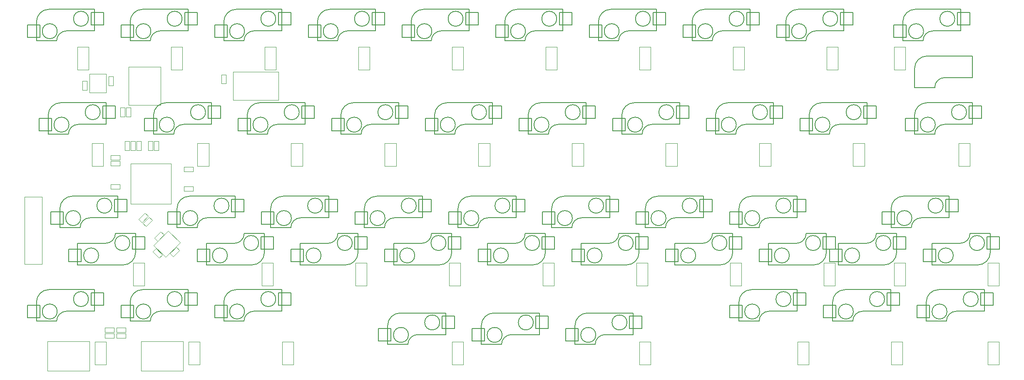
<source format=gbr>
%TF.GenerationSoftware,KiCad,Pcbnew,7.0.6*%
%TF.CreationDate,2023-12-03T11:50:16-05:00*%
%TF.ProjectId,cutiepie2040-dual-stagger-hotswap-pcb,63757469-6570-4696-9532-3034302d6475,rev?*%
%TF.SameCoordinates,PX2d6b3a0PY6f46b48*%
%TF.FileFunction,Other,User*%
%FSLAX46Y46*%
G04 Gerber Fmt 4.6, Leading zero omitted, Abs format (unit mm)*
G04 Created by KiCad (PCBNEW 7.0.6) date 2023-12-03 11:50:16*
%MOMM*%
%LPD*%
G01*
G04 APERTURE LIST*
%ADD10C,0.150000*%
%ADD11C,0.127000*%
%ADD12C,0.050000*%
G04 APERTURE END LIST*
D10*
%TO.C,MX35*%
X192849380Y75247794D02*
X190309380Y75247794D01*
X192849380Y77787794D02*
X192849380Y75247794D01*
D11*
X191037380Y78437794D02*
X191037380Y74037794D01*
X191037380Y78437794D02*
X181737380Y78437794D01*
D10*
X190309380Y75247794D02*
X190309380Y77787794D01*
X190309380Y77787794D02*
X192849380Y77787794D01*
D11*
X185337380Y74037794D02*
X191037380Y74037794D01*
D10*
X179895380Y72707794D02*
X177355380Y72707794D01*
X179895380Y75247794D02*
X179895380Y72707794D01*
D11*
X179237380Y72037794D02*
X183337380Y72037794D01*
X179237380Y75937794D02*
X179237380Y72037794D01*
D10*
X177355380Y72707794D02*
X177355380Y75247794D01*
X177355380Y75247794D02*
X179895380Y75247794D01*
D11*
X185337380Y74037794D02*
G75*
G03*
X183337380Y72037794I-1J-1999999D01*
G01*
X181737380Y78437794D02*
G75*
G03*
X179237380Y75937794I0J-2500000D01*
G01*
D10*
X189801380Y76517794D02*
G75*
G03*
X189801380Y76517794I-1524000J0D01*
G01*
X183451380Y73977794D02*
G75*
G03*
X183451380Y73977794I-1524000J0D01*
G01*
D12*
%TO.C,C_1V-Decoup2*%
X26924318Y49691801D02*
X27844318Y49691801D01*
X27844318Y49691801D02*
X27844318Y51511801D01*
X26924318Y51511801D02*
X26924318Y49691801D01*
X27844318Y51511801D02*
X26924318Y51511801D01*
D10*
%TO.C,MX4*%
X16636880Y18097794D02*
X14096880Y18097794D01*
X16636880Y20637794D02*
X16636880Y18097794D01*
D11*
X14824880Y21287794D02*
X14824880Y16887794D01*
X14824880Y21287794D02*
X5524880Y21287794D01*
D10*
X14096880Y18097794D02*
X14096880Y20637794D01*
X14096880Y20637794D02*
X16636880Y20637794D01*
D11*
X9124880Y16887794D02*
X14824880Y16887794D01*
D10*
X3682880Y15557794D02*
X3682880Y18097794D01*
X3682880Y18097794D02*
X1142880Y18097794D01*
D11*
X3024880Y14887794D02*
X7124880Y14887794D01*
X3024880Y18787794D02*
X3024880Y14887794D01*
D10*
X1142880Y15557794D02*
X3682880Y15557794D01*
X1142880Y18097794D02*
X1142880Y15557794D01*
D11*
X9124880Y16887794D02*
G75*
G03*
X7124880Y14887794I-1J-1999999D01*
G01*
X5524880Y21287794D02*
G75*
G03*
X3024880Y18787794I0J-2500000D01*
G01*
D10*
X13588880Y19367794D02*
G75*
G03*
X13588880Y19367794I-1524000J0D01*
G01*
X7238880Y16827794D02*
G75*
G03*
X7238880Y16827794I-1524000J0D01*
G01*
%TO.C,MX1*%
X16636880Y75247794D02*
X14096880Y75247794D01*
X16636880Y77787794D02*
X16636880Y75247794D01*
D11*
X14824880Y78437794D02*
X14824880Y74037794D01*
X14824880Y78437794D02*
X5524880Y78437794D01*
D10*
X14096880Y75247794D02*
X14096880Y77787794D01*
X14096880Y77787794D02*
X16636880Y77787794D01*
D11*
X9124880Y74037794D02*
X14824880Y74037794D01*
D10*
X3682880Y72707794D02*
X3682880Y75247794D01*
X3682880Y75247794D02*
X1142880Y75247794D01*
D11*
X3024880Y72037794D02*
X7124880Y72037794D01*
X3024880Y75937794D02*
X3024880Y72037794D01*
D10*
X1142880Y72707794D02*
X3682880Y72707794D01*
X1142880Y75247794D02*
X1142880Y72707794D01*
D11*
X9124880Y74037794D02*
G75*
G03*
X7124880Y72037794I-1J-1999999D01*
G01*
X5524880Y78437794D02*
G75*
G03*
X3024880Y75937794I0J-2500000D01*
G01*
D10*
X13588880Y76517794D02*
G75*
G03*
X13588880Y76517794I-1524000J0D01*
G01*
X7238880Y73977794D02*
G75*
G03*
X7238880Y73977794I-1524000J0D01*
G01*
D12*
%TO.C,D6*%
X38059326Y46465862D02*
X35759326Y46465862D01*
X38059326Y46465862D02*
X38059326Y51165862D01*
X35759326Y51165862D02*
X35759326Y46465862D01*
X38059326Y51165862D02*
X35759326Y51165862D01*
%TO.C,D14*%
X76159358Y46465862D02*
X73859358Y46465862D01*
X76159358Y46465862D02*
X76159358Y51165862D01*
X73859358Y51165862D02*
X73859358Y46465862D01*
X76159358Y51165862D02*
X73859358Y51165862D01*
%TO.C,C_Crystal1*%
X30168025Y28671770D02*
X30818563Y28021232D01*
X30818563Y28021232D02*
X32105497Y29308166D01*
X31454959Y29958704D02*
X30168025Y28671770D01*
X32105497Y29308166D02*
X31454959Y29958704D01*
%TO.C,SW2*%
X13774928Y4739265D02*
X13774928Y10739265D01*
X13774928Y10739265D02*
X5274928Y10739265D01*
X5274928Y4739265D02*
X13774928Y4739265D01*
X5274928Y10739265D02*
X5274928Y4739265D01*
D10*
%TO.C,MX22*%
X121411880Y37147794D02*
X118871880Y37147794D01*
X121411880Y39687794D02*
X121411880Y37147794D01*
D11*
X119599880Y40337794D02*
X119599880Y35937794D01*
X119599880Y40337794D02*
X110299880Y40337794D01*
D10*
X118871880Y37147794D02*
X118871880Y39687794D01*
X118871880Y39687794D02*
X121411880Y39687794D01*
D11*
X113899880Y35937794D02*
X119599880Y35937794D01*
D10*
X108457880Y34607794D02*
X108457880Y37147794D01*
X108457880Y37147794D02*
X105917880Y37147794D01*
D11*
X107799880Y33937794D02*
X111899880Y33937794D01*
X107799880Y37837794D02*
X107799880Y33937794D01*
D10*
X105917880Y34607794D02*
X108457880Y34607794D01*
X105917880Y37147794D02*
X105917880Y34607794D01*
D11*
X113899880Y35937794D02*
G75*
G03*
X111899880Y33937794I-1J-1999999D01*
G01*
X110299880Y40337794D02*
G75*
G03*
X107799880Y37837794I0J-2500000D01*
G01*
D10*
X118363880Y38417794D02*
G75*
G03*
X118363880Y38417794I-1524000J0D01*
G01*
X112013880Y35877794D02*
G75*
G03*
X112013880Y35877794I-1524000J0D01*
G01*
D12*
%TO.C,D37*%
X198793836Y22058029D02*
X196493836Y22058029D01*
X198793836Y22058029D02*
X198793836Y26758029D01*
X196493836Y26758029D02*
X196493836Y22058029D01*
X198793836Y26758029D02*
X196493836Y26758029D01*
%TO.C,R_Crystal1*%
X26989682Y31821829D02*
X27654362Y31157149D01*
X27654362Y31157149D02*
X28969580Y32472367D01*
X28304900Y33137047D02*
X26989682Y31821829D01*
X28969580Y32472367D02*
X28304900Y33137047D01*
D10*
%TO.C,MX17*%
X97599380Y56197794D02*
X95059380Y56197794D01*
X97599380Y58737794D02*
X97599380Y56197794D01*
D11*
X95787380Y59387794D02*
X95787380Y54987794D01*
X95787380Y59387794D02*
X86487380Y59387794D01*
D10*
X95059380Y56197794D02*
X95059380Y58737794D01*
X95059380Y58737794D02*
X97599380Y58737794D01*
D11*
X90087380Y54987794D02*
X95787380Y54987794D01*
D10*
X84645380Y53657794D02*
X84645380Y56197794D01*
X84645380Y56197794D02*
X82105380Y56197794D01*
D11*
X83987380Y52987794D02*
X88087380Y52987794D01*
X83987380Y56887794D02*
X83987380Y52987794D01*
D10*
X82105380Y53657794D02*
X84645380Y53657794D01*
X82105380Y56197794D02*
X82105380Y53657794D01*
D11*
X90087380Y54987794D02*
G75*
G03*
X88087380Y52987794I-1J-1999999D01*
G01*
X86487380Y59387794D02*
G75*
G03*
X83987380Y56887794I0J-2500000D01*
G01*
D10*
X94551380Y57467794D02*
G75*
G03*
X94551380Y57467794I-1524000J0D01*
G01*
X88201380Y54927794D02*
G75*
G03*
X88201380Y54927794I-1524000J0D01*
G01*
%TO.C,MX43*%
X73850434Y29527674D02*
X76390434Y29527674D01*
X73850434Y26987674D02*
X73850434Y29527674D01*
D11*
X75662434Y26337674D02*
X75662434Y30737674D01*
X75662434Y26337674D02*
X84962434Y26337674D01*
D10*
X76390434Y29527674D02*
X76390434Y26987674D01*
X76390434Y26987674D02*
X73850434Y26987674D01*
D11*
X81362434Y30737674D02*
X75662434Y30737674D01*
D10*
X86804434Y32067674D02*
X86804434Y29527674D01*
X86804434Y29527674D02*
X89344434Y29527674D01*
D11*
X87462434Y32737674D02*
X83362434Y32737674D01*
X87462434Y28837674D02*
X87462434Y32737674D01*
D10*
X89344434Y32067674D02*
X86804434Y32067674D01*
X89344434Y29527674D02*
X89344434Y32067674D01*
D11*
X81362434Y30737674D02*
G75*
G03*
X83362434Y32737674I1J1999999D01*
G01*
X84962434Y26337674D02*
G75*
G03*
X87462434Y28837674I0J2500000D01*
G01*
D10*
X79946434Y28257674D02*
G75*
G03*
X79946434Y28257674I-1524000J0D01*
G01*
X86296434Y30797674D02*
G75*
G03*
X86296434Y30797674I-1524000J0D01*
G01*
%TO.C,MX2*%
X19018130Y56197794D02*
X16478130Y56197794D01*
X19018130Y58737794D02*
X19018130Y56197794D01*
D11*
X17206130Y59387794D02*
X17206130Y54987794D01*
X17206130Y59387794D02*
X7906130Y59387794D01*
D10*
X16478130Y56197794D02*
X16478130Y58737794D01*
X16478130Y58737794D02*
X19018130Y58737794D01*
D11*
X11506130Y54987794D02*
X17206130Y54987794D01*
D10*
X6064130Y53657794D02*
X3524130Y53657794D01*
X6064130Y56197794D02*
X6064130Y53657794D01*
D11*
X5406130Y52987794D02*
X9506130Y52987794D01*
X5406130Y56887794D02*
X5406130Y52987794D01*
D10*
X3524130Y53657794D02*
X3524130Y56197794D01*
X3524130Y56197794D02*
X6064130Y56197794D01*
D11*
X11506130Y54987794D02*
G75*
G03*
X9506130Y52987794I-1J-1999999D01*
G01*
X7906130Y59387794D02*
G75*
G03*
X5406130Y56887794I0J-2500000D01*
G01*
D10*
X15970130Y57467794D02*
G75*
G03*
X15970130Y57467794I-1524000J0D01*
G01*
X9620130Y54927794D02*
G75*
G03*
X9620130Y54927794I-1524000J0D01*
G01*
%TO.C,MX11*%
X64261880Y37147794D02*
X61721880Y37147794D01*
X64261880Y39687794D02*
X64261880Y37147794D01*
D11*
X62449880Y40337794D02*
X62449880Y35937794D01*
X62449880Y40337794D02*
X53149880Y40337794D01*
D10*
X61721880Y37147794D02*
X61721880Y39687794D01*
X61721880Y39687794D02*
X64261880Y39687794D01*
D11*
X56749880Y35937794D02*
X62449880Y35937794D01*
D10*
X51307880Y34607794D02*
X51307880Y37147794D01*
X51307880Y37147794D02*
X48767880Y37147794D01*
D11*
X50649880Y33937794D02*
X54749880Y33937794D01*
X50649880Y37837794D02*
X50649880Y33937794D01*
D10*
X48767880Y34607794D02*
X51307880Y34607794D01*
X48767880Y37147794D02*
X48767880Y34607794D01*
D11*
X56749880Y35937794D02*
G75*
G03*
X54749880Y33937794I-1J-1999999D01*
G01*
X53149880Y40337794D02*
G75*
G03*
X50649880Y37837794I0J-2500000D01*
G01*
D10*
X61213880Y38417794D02*
G75*
G03*
X61213880Y38417794I-1524000J0D01*
G01*
X54863880Y35877794D02*
G75*
G03*
X54863880Y35877794I-1524000J0D01*
G01*
D12*
%TO.C,R_Flash2*%
X16929310Y13567082D02*
X16929310Y12627082D01*
X16929310Y12627082D02*
X18789310Y12627082D01*
X18789310Y13567082D02*
X16929310Y13567082D01*
X18789310Y12627082D02*
X18789310Y13567082D01*
D10*
%TO.C,MX10*%
X59499380Y56197794D02*
X56959380Y56197794D01*
X59499380Y58737794D02*
X59499380Y56197794D01*
D11*
X57687380Y59387794D02*
X57687380Y54987794D01*
X57687380Y59387794D02*
X48387380Y59387794D01*
D10*
X56959380Y56197794D02*
X56959380Y58737794D01*
X56959380Y58737794D02*
X59499380Y58737794D01*
D11*
X51987380Y54987794D02*
X57687380Y54987794D01*
D10*
X46545380Y53657794D02*
X46545380Y56197794D01*
X46545380Y56197794D02*
X44005380Y56197794D01*
D11*
X45887380Y52987794D02*
X49987380Y52987794D01*
X45887380Y56887794D02*
X45887380Y52987794D01*
D10*
X44005380Y53657794D02*
X46545380Y53657794D01*
X44005380Y56197794D02*
X44005380Y53657794D01*
D11*
X51987380Y54987794D02*
G75*
G03*
X49987380Y52987794I-1J-1999999D01*
G01*
X48387380Y59387794D02*
G75*
G03*
X45887380Y56887794I0J-2500000D01*
G01*
D10*
X56451380Y57467794D02*
G75*
G03*
X56451380Y57467794I-1524000J0D01*
G01*
X50101380Y54927794D02*
G75*
G03*
X50101380Y54927794I-1524000J0D01*
G01*
%TO.C,MX18*%
X102361880Y37147794D02*
X99821880Y37147794D01*
X102361880Y39687794D02*
X102361880Y37147794D01*
D11*
X100549880Y40337794D02*
X100549880Y35937794D01*
X100549880Y40337794D02*
X91249880Y40337794D01*
D10*
X99821880Y37147794D02*
X99821880Y39687794D01*
X99821880Y39687794D02*
X102361880Y39687794D01*
D11*
X94849880Y35937794D02*
X100549880Y35937794D01*
D10*
X89407880Y34607794D02*
X89407880Y37147794D01*
X89407880Y37147794D02*
X86867880Y37147794D01*
D11*
X88749880Y33937794D02*
X92849880Y33937794D01*
X88749880Y37837794D02*
X88749880Y33937794D01*
D10*
X86867880Y34607794D02*
X89407880Y34607794D01*
X86867880Y37147794D02*
X86867880Y34607794D01*
D11*
X94849880Y35937794D02*
G75*
G03*
X92849880Y33937794I-1J-1999999D01*
G01*
X91249880Y40337794D02*
G75*
G03*
X88749880Y37837794I0J-2500000D01*
G01*
D10*
X99313880Y38417794D02*
G75*
G03*
X99313880Y38417794I-1524000J0D01*
G01*
X92963880Y35877794D02*
G75*
G03*
X92963880Y35877794I-1524000J0D01*
G01*
D12*
%TO.C,D17*%
X95209374Y46465862D02*
X92909374Y46465862D01*
X95209374Y46465862D02*
X95209374Y51165862D01*
X92909374Y51165862D02*
X92909374Y46465862D01*
X95209374Y51165862D02*
X92909374Y51165862D01*
D10*
%TO.C,MX30*%
X159511880Y18097794D02*
X156971880Y18097794D01*
X159511880Y20637794D02*
X159511880Y18097794D01*
D11*
X157699880Y21287794D02*
X157699880Y16887794D01*
X157699880Y21287794D02*
X148399880Y21287794D01*
D10*
X156971880Y18097794D02*
X156971880Y20637794D01*
X156971880Y20637794D02*
X159511880Y20637794D01*
D11*
X151999880Y16887794D02*
X157699880Y16887794D01*
D10*
X146557880Y15557794D02*
X146557880Y18097794D01*
X146557880Y18097794D02*
X144017880Y18097794D01*
D11*
X145899880Y14887794D02*
X149999880Y14887794D01*
X145899880Y18787794D02*
X145899880Y14887794D01*
D10*
X144017880Y15557794D02*
X146557880Y15557794D01*
X144017880Y18097794D02*
X144017880Y15557794D01*
D11*
X151999880Y16887794D02*
G75*
G03*
X149999880Y14887794I-1J-1999999D01*
G01*
X148399880Y21287794D02*
G75*
G03*
X145899880Y18787794I0J-2500000D01*
G01*
D10*
X156463880Y19367794D02*
G75*
G03*
X156463880Y19367794I-1524000J0D01*
G01*
X150113880Y16827794D02*
G75*
G03*
X150113880Y16827794I-1524000J0D01*
G01*
D12*
%TO.C,R_Flash1*%
X21170562Y12627082D02*
X21170562Y13567082D01*
X21170562Y13567082D02*
X19310562Y13567082D01*
X19310562Y12627082D02*
X21170562Y12627082D01*
X19310562Y13567082D02*
X19310562Y12627082D01*
%TO.C,SW1*%
X24324944Y10739265D02*
X24324944Y4739265D01*
X24324944Y4739265D02*
X32824944Y4739265D01*
X32824944Y10739265D02*
X24324944Y10739265D01*
X32824944Y4739265D02*
X32824944Y10739265D01*
%TO.C,R_Flash3*%
X19310561Y12376456D02*
X19310561Y11436456D01*
X19310561Y11436456D02*
X21170561Y11436456D01*
X21170561Y12376456D02*
X19310561Y12376456D01*
X21170561Y11436456D02*
X21170561Y12376456D01*
%TO.C,D8*%
X36273387Y5984578D02*
X33973387Y5984578D01*
X36273387Y5984578D02*
X36273387Y10684578D01*
X33973387Y10684578D02*
X33973387Y5984578D01*
X36273387Y10684578D02*
X33973387Y10684578D01*
%TO.C,D20*%
X108901840Y66111191D02*
X106601840Y66111191D01*
X108901840Y66111191D02*
X108901840Y70811191D01*
X106601840Y70811191D02*
X106601840Y66111191D01*
X108901840Y70811191D02*
X106601840Y70811191D01*
D11*
%TO.C,MX49*%
X193418828Y68912748D02*
X193418828Y64512748D01*
X193418828Y68912748D02*
X184118828Y68912748D01*
X187718828Y64512748D02*
X193418828Y64512748D01*
X181618828Y62512748D02*
X185718828Y62512748D01*
X181618828Y66412748D02*
X181618828Y62512748D01*
X187718828Y64512748D02*
G75*
G03*
X185718828Y62512748I-1J-1999999D01*
G01*
X184118828Y68912748D02*
G75*
G03*
X181618828Y66412748I0J-2500000D01*
G01*
D12*
%TO.C,D15*%
X89256244Y22058029D02*
X86956244Y22058029D01*
X89256244Y22058029D02*
X89256244Y26758029D01*
X86956244Y26758029D02*
X86956244Y22058029D01*
X89256244Y26758029D02*
X86956244Y26758029D01*
%TO.C,D31*%
X166051621Y66111191D02*
X163751621Y66111191D01*
X166051621Y66111191D02*
X166051621Y70811191D01*
X163751621Y70811191D02*
X163751621Y66111191D01*
X166051621Y70811191D02*
X163751621Y70811191D01*
%TO.C,C_3V-Decoup2*%
X20971304Y49691690D02*
X21891304Y49691690D01*
X21891304Y49691690D02*
X21891304Y51511690D01*
X20971304Y51511690D02*
X20971304Y49691690D01*
X21891304Y51511690D02*
X20971304Y51511690D01*
D10*
%TO.C,MX23*%
X126174380Y13335024D02*
X123634380Y13335024D01*
X126174380Y15875024D02*
X126174380Y13335024D01*
D11*
X124362380Y16525024D02*
X124362380Y12125024D01*
X124362380Y16525024D02*
X115062380Y16525024D01*
D10*
X123634380Y13335024D02*
X123634380Y15875024D01*
X123634380Y15875024D02*
X126174380Y15875024D01*
D11*
X118662380Y12125024D02*
X124362380Y12125024D01*
D10*
X113220380Y10795024D02*
X110680380Y10795024D01*
X113220380Y13335024D02*
X113220380Y10795024D01*
D11*
X112562380Y10125024D02*
X116662380Y10125024D01*
X112562380Y14025024D02*
X112562380Y10125024D01*
D10*
X110680380Y10795024D02*
X110680380Y13335024D01*
X110680380Y13335024D02*
X113220380Y13335024D01*
D11*
X118662380Y12125024D02*
G75*
G03*
X116662380Y10125024I-1J-1999999D01*
G01*
X115062380Y16525024D02*
G75*
G03*
X112562380Y14025024I0J-2500000D01*
G01*
D10*
X123126380Y14605024D02*
G75*
G03*
X123126380Y14605024I-1524000J0D01*
G01*
X116776380Y12065024D02*
G75*
G03*
X116776380Y12065024I-1524000J0D01*
G01*
D12*
%TO.C,D13*%
X70801744Y66111191D02*
X68501744Y66111191D01*
X70801744Y66111191D02*
X70801744Y70811191D01*
X68501744Y70811191D02*
X68501744Y66111191D01*
X70801744Y70811191D02*
X68501744Y70811191D01*
D10*
%TO.C,MX46*%
X131000434Y29527724D02*
X133540434Y29527724D01*
X131000434Y26987724D02*
X131000434Y29527724D01*
D11*
X132812434Y26337724D02*
X132812434Y30737724D01*
X132812434Y26337724D02*
X142112434Y26337724D01*
D10*
X133540434Y29527724D02*
X133540434Y26987724D01*
X133540434Y26987724D02*
X131000434Y26987724D01*
D11*
X138512434Y30737724D02*
X132812434Y30737724D01*
D10*
X143954434Y32067724D02*
X143954434Y29527724D01*
X143954434Y29527724D02*
X146494434Y29527724D01*
D11*
X144612434Y32737724D02*
X140512434Y32737724D01*
X144612434Y28837724D02*
X144612434Y32737724D01*
D10*
X146494434Y32067724D02*
X143954434Y32067724D01*
X146494434Y29527724D02*
X146494434Y32067724D01*
D11*
X138512434Y30737724D02*
G75*
G03*
X140512434Y32737724I1J1999999D01*
G01*
X142112434Y26337724D02*
G75*
G03*
X144612434Y28837724I0J2500000D01*
G01*
D10*
X137096434Y28257724D02*
G75*
G03*
X137096434Y28257724I-1524000J0D01*
G01*
X143446434Y30797724D02*
G75*
G03*
X143446434Y30797724I-1524000J0D01*
G01*
D12*
%TO.C,D23*%
X127951589Y5984578D02*
X125651589Y5984578D01*
X127951589Y5984578D02*
X127951589Y10684578D01*
X125651589Y10684578D02*
X125651589Y5984578D01*
X127951589Y10684578D02*
X125651589Y10684578D01*
D10*
%TO.C,MX48*%
X190468184Y37147514D02*
X187928184Y37147514D01*
X190468184Y39687514D02*
X190468184Y37147514D01*
D11*
X188656184Y40337514D02*
X188656184Y35937514D01*
X188656184Y40337514D02*
X179356184Y40337514D01*
D10*
X187928184Y37147514D02*
X187928184Y39687514D01*
X187928184Y39687514D02*
X190468184Y39687514D01*
D11*
X182956184Y35937514D02*
X188656184Y35937514D01*
D10*
X177514184Y34607514D02*
X174974184Y34607514D01*
X177514184Y37147514D02*
X177514184Y34607514D01*
D11*
X176856184Y33937514D02*
X180956184Y33937514D01*
X176856184Y37837514D02*
X176856184Y33937514D01*
D10*
X174974184Y34607514D02*
X174974184Y37147514D01*
X174974184Y37147514D02*
X177514184Y37147514D01*
D11*
X182956184Y35937514D02*
G75*
G03*
X180956184Y33937514I-1J-1999999D01*
G01*
X179356184Y40337514D02*
G75*
G03*
X176856184Y37837514I0J-2500000D01*
G01*
D10*
X187420184Y38417514D02*
G75*
G03*
X187420184Y38417514I-1524000J0D01*
G01*
X181070184Y35877514D02*
G75*
G03*
X181070184Y35877514I-1524000J0D01*
G01*
%TO.C,MX33*%
X164337880Y29527794D02*
X166877880Y29527794D01*
X164337880Y26987794D02*
X164337880Y29527794D01*
D11*
X166149880Y26337794D02*
X166149880Y30737794D01*
X166149880Y26337794D02*
X175449880Y26337794D01*
D10*
X166877880Y29527794D02*
X166877880Y26987794D01*
X166877880Y26987794D02*
X164337880Y26987794D01*
D11*
X171849880Y30737794D02*
X166149880Y30737794D01*
D10*
X177291880Y32067794D02*
X177291880Y29527794D01*
X177291880Y29527794D02*
X179831880Y29527794D01*
D11*
X177949880Y32737794D02*
X173849880Y32737794D01*
X177949880Y28837794D02*
X177949880Y32737794D01*
D10*
X179831880Y32067794D02*
X177291880Y32067794D01*
X179831880Y29527794D02*
X179831880Y32067794D01*
D11*
X171849880Y30737794D02*
G75*
G03*
X173849880Y32737794I1J1999999D01*
G01*
X175449880Y26337794D02*
G75*
G03*
X177949880Y28837794I0J2500000D01*
G01*
D10*
X170433880Y28257794D02*
G75*
G03*
X170433880Y28257794I-1524000J0D01*
G01*
X176783880Y30797794D02*
G75*
G03*
X176783880Y30797794I-1524000J0D01*
G01*
D12*
%TO.C,C_3V-Decoup7*%
X22161812Y49691690D02*
X23081812Y49691690D01*
X23081812Y49691690D02*
X23081812Y51511690D01*
X22161812Y51511690D02*
X22161812Y49691690D01*
X23081812Y51511690D02*
X22161812Y51511690D01*
%TO.C,D32*%
X171409438Y46465862D02*
X169109438Y46465862D01*
X171409438Y46465862D02*
X171409438Y51165862D01*
X169109438Y51165862D02*
X169109438Y46465862D01*
X171409438Y51165862D02*
X169109438Y51165862D01*
%TO.C,D4*%
X17223371Y5984578D02*
X14923371Y5984578D01*
X17223371Y5984578D02*
X17223371Y10684578D01*
X14923371Y10684578D02*
X14923371Y5984578D01*
X17223371Y10684578D02*
X14923371Y10684578D01*
D10*
%TO.C,MX13*%
X73786880Y75247794D02*
X71246880Y75247794D01*
X73786880Y77787794D02*
X73786880Y75247794D01*
D11*
X71974880Y78437794D02*
X71974880Y74037794D01*
X71974880Y78437794D02*
X62674880Y78437794D01*
D10*
X71246880Y75247794D02*
X71246880Y77787794D01*
X71246880Y77787794D02*
X73786880Y77787794D01*
D11*
X66274880Y74037794D02*
X71974880Y74037794D01*
D10*
X60832880Y72707794D02*
X60832880Y75247794D01*
X60832880Y75247794D02*
X58292880Y75247794D01*
D11*
X60174880Y72037794D02*
X64274880Y72037794D01*
X60174880Y75937794D02*
X60174880Y72037794D01*
D10*
X58292880Y72707794D02*
X60832880Y72707794D01*
X58292880Y75247794D02*
X58292880Y72707794D01*
D11*
X66274880Y74037794D02*
G75*
G03*
X64274880Y72037794I-1J-1999999D01*
G01*
X62674880Y78437794D02*
G75*
G03*
X60174880Y75937794I0J-2500000D01*
G01*
D10*
X70738880Y76517794D02*
G75*
G03*
X70738880Y76517794I-1524000J0D01*
G01*
X64388880Y73977794D02*
G75*
G03*
X64388880Y73977794I-1524000J0D01*
G01*
D12*
%TO.C,C_3V-Decoup9*%
X33022761Y42322608D02*
X33022761Y41402608D01*
X33022761Y41402608D02*
X34842761Y41402608D01*
X34842761Y42322608D02*
X33022761Y42322608D01*
X34842761Y41402608D02*
X34842761Y42322608D01*
%TO.C,C_3V-Decoup4*%
X19959936Y41807419D02*
X19959936Y42727419D01*
X19959936Y42727419D02*
X18139936Y42727419D01*
X18139936Y41807419D02*
X19959936Y41807419D01*
X18139936Y42727419D02*
X18139936Y41807419D01*
%TO.C,D26*%
X146406292Y22058029D02*
X144106292Y22058029D01*
X146406292Y22058029D02*
X146406292Y26758029D01*
X144106292Y26758029D02*
X144106292Y22058029D01*
X146406292Y26758029D02*
X144106292Y26758029D01*
D10*
%TO.C,MX29*%
X159511880Y37147794D02*
X156971880Y37147794D01*
X159511880Y39687794D02*
X159511880Y37147794D01*
D11*
X157699880Y40337794D02*
X157699880Y35937794D01*
X157699880Y40337794D02*
X148399880Y40337794D01*
D10*
X156971880Y37147794D02*
X156971880Y39687794D01*
X156971880Y39687794D02*
X159511880Y39687794D01*
D11*
X151999880Y35937794D02*
X157699880Y35937794D01*
D10*
X146557880Y34607794D02*
X146557880Y37147794D01*
X146557880Y37147794D02*
X144017880Y37147794D01*
D11*
X145899880Y33937794D02*
X149999880Y33937794D01*
X145899880Y37837794D02*
X145899880Y33937794D01*
D10*
X144017880Y34607794D02*
X146557880Y34607794D01*
X144017880Y37147794D02*
X144017880Y34607794D01*
D11*
X151999880Y35937794D02*
G75*
G03*
X149999880Y33937794I-1J-1999999D01*
G01*
X148399880Y40337794D02*
G75*
G03*
X145899880Y37837794I0J-2500000D01*
G01*
D10*
X156463880Y38417794D02*
G75*
G03*
X156463880Y38417794I-1524000J0D01*
G01*
X150113880Y35877794D02*
G75*
G03*
X150113880Y35877794I-1524000J0D01*
G01*
D12*
%TO.C,D28*%
X152359422Y46465862D02*
X150059422Y46465862D01*
X152359422Y46465862D02*
X152359422Y51165862D01*
X150059422Y51165862D02*
X150059422Y46465862D01*
X152359422Y51165862D02*
X150059422Y51165862D01*
D10*
%TO.C,MX15*%
X83311880Y37147794D02*
X80771880Y37147794D01*
X83311880Y39687794D02*
X83311880Y37147794D01*
D11*
X81499880Y40337794D02*
X81499880Y35937794D01*
X81499880Y40337794D02*
X72199880Y40337794D01*
D10*
X80771880Y37147794D02*
X80771880Y39687794D01*
X80771880Y39687794D02*
X83311880Y39687794D01*
D11*
X75799880Y35937794D02*
X81499880Y35937794D01*
D10*
X70357880Y34607794D02*
X70357880Y37147794D01*
X70357880Y37147794D02*
X67817880Y37147794D01*
D11*
X69699880Y33937794D02*
X73799880Y33937794D01*
X69699880Y37837794D02*
X69699880Y33937794D01*
D10*
X67817880Y34607794D02*
X70357880Y34607794D01*
X67817880Y37147794D02*
X67817880Y34607794D01*
D11*
X75799880Y35937794D02*
G75*
G03*
X73799880Y33937794I-1J-1999999D01*
G01*
X72199880Y40337794D02*
G75*
G03*
X69699880Y37837794I0J-2500000D01*
G01*
D10*
X80263880Y38417794D02*
G75*
G03*
X80263880Y38417794I-1524000J0D01*
G01*
X73913880Y35877794D02*
G75*
G03*
X73913880Y35877794I-1524000J0D01*
G01*
D12*
%TO.C,R_DATA1*%
X22198959Y58377801D02*
X21258959Y58377801D01*
X21258959Y58377801D02*
X21258959Y56517801D01*
X22198959Y56517801D02*
X22198959Y58377801D01*
X21258959Y56517801D02*
X22198959Y56517801D01*
D10*
%TO.C,MX41*%
X35750434Y29527724D02*
X38290434Y29527724D01*
X35750434Y26987724D02*
X35750434Y29527724D01*
D11*
X37562434Y26337724D02*
X37562434Y30737724D01*
X37562434Y26337724D02*
X46862434Y26337724D01*
D10*
X38290434Y29527724D02*
X38290434Y26987724D01*
X38290434Y26987724D02*
X35750434Y26987724D01*
D11*
X43262434Y30737724D02*
X37562434Y30737724D01*
D10*
X48704434Y32067724D02*
X48704434Y29527724D01*
X48704434Y29527724D02*
X51244434Y29527724D01*
D11*
X49362434Y32737724D02*
X45262434Y32737724D01*
X49362434Y28837724D02*
X49362434Y32737724D01*
D10*
X51244434Y32067724D02*
X48704434Y32067724D01*
X51244434Y29527724D02*
X51244434Y32067724D01*
D11*
X43262434Y30737724D02*
G75*
G03*
X45262434Y32737724I1J1999999D01*
G01*
X46862434Y26337724D02*
G75*
G03*
X49362434Y28837724I0J2500000D01*
G01*
D10*
X41846434Y28257724D02*
G75*
G03*
X41846434Y28257724I-1524000J0D01*
G01*
X48196434Y30797724D02*
G75*
G03*
X48196434Y30797724I-1524000J0D01*
G01*
%TO.C,MX39*%
X107124380Y13335024D02*
X104584380Y13335024D01*
X107124380Y15875024D02*
X107124380Y13335024D01*
D11*
X105312380Y16525024D02*
X105312380Y12125024D01*
X105312380Y16525024D02*
X96012380Y16525024D01*
D10*
X104584380Y13335024D02*
X104584380Y15875024D01*
X104584380Y15875024D02*
X107124380Y15875024D01*
D11*
X99612380Y12125024D02*
X105312380Y12125024D01*
D10*
X94170380Y10795024D02*
X91630380Y10795024D01*
X94170380Y13335024D02*
X94170380Y10795024D01*
D11*
X93512380Y10125024D02*
X97612380Y10125024D01*
X93512380Y14025024D02*
X93512380Y10125024D01*
D10*
X91630380Y10795024D02*
X91630380Y13335024D01*
X91630380Y13335024D02*
X94170380Y13335024D01*
D11*
X99612380Y12125024D02*
G75*
G03*
X97612380Y10125024I-1J-1999999D01*
G01*
X96012380Y16525024D02*
G75*
G03*
X93512380Y14025024I0J-2500000D01*
G01*
D10*
X104076380Y14605024D02*
G75*
G03*
X104076380Y14605024I-1524000J0D01*
G01*
X97726380Y12065024D02*
G75*
G03*
X97726380Y12065024I-1524000J0D01*
G01*
%TO.C,MX14*%
X78549380Y56197794D02*
X76009380Y56197794D01*
X78549380Y58737794D02*
X78549380Y56197794D01*
D11*
X76737380Y59387794D02*
X76737380Y54987794D01*
X76737380Y59387794D02*
X67437380Y59387794D01*
D10*
X76009380Y56197794D02*
X76009380Y58737794D01*
X76009380Y58737794D02*
X78549380Y58737794D01*
D11*
X71037380Y54987794D02*
X76737380Y54987794D01*
D10*
X65595380Y53657794D02*
X65595380Y56197794D01*
X65595380Y56197794D02*
X63055380Y56197794D01*
D11*
X64937380Y52987794D02*
X69037380Y52987794D01*
X64937380Y56887794D02*
X64937380Y52987794D01*
D10*
X63055380Y53657794D02*
X65595380Y53657794D01*
X63055380Y56197794D02*
X63055380Y53657794D01*
D11*
X71037380Y54987794D02*
G75*
G03*
X69037380Y52987794I-1J-1999999D01*
G01*
X67437380Y59387794D02*
G75*
G03*
X64937380Y56887794I0J-2500000D01*
G01*
D10*
X75501380Y57467794D02*
G75*
G03*
X75501380Y57467794I-1524000J0D01*
G01*
X69151380Y54927794D02*
G75*
G03*
X69151380Y54927794I-1524000J0D01*
G01*
%TO.C,MX16*%
X92836880Y75247794D02*
X90296880Y75247794D01*
X92836880Y77787794D02*
X92836880Y75247794D01*
D11*
X91024880Y78437794D02*
X91024880Y74037794D01*
X91024880Y78437794D02*
X81724880Y78437794D01*
D10*
X90296880Y75247794D02*
X90296880Y77787794D01*
X90296880Y77787794D02*
X92836880Y77787794D01*
D11*
X85324880Y74037794D02*
X91024880Y74037794D01*
D10*
X79882880Y72707794D02*
X79882880Y75247794D01*
X79882880Y75247794D02*
X77342880Y75247794D01*
D11*
X79224880Y72037794D02*
X83324880Y72037794D01*
X79224880Y75937794D02*
X79224880Y72037794D01*
D10*
X77342880Y72707794D02*
X79882880Y72707794D01*
X77342880Y75247794D02*
X77342880Y72707794D01*
D11*
X85324880Y74037794D02*
G75*
G03*
X83324880Y72037794I-1J-1999999D01*
G01*
X81724880Y78437794D02*
G75*
G03*
X79224880Y75937794I0J-2500000D01*
G01*
D10*
X89788880Y76517794D02*
G75*
G03*
X89788880Y76517794I-1524000J0D01*
G01*
X83438880Y73977794D02*
G75*
G03*
X83438880Y73977794I-1524000J0D01*
G01*
%TO.C,MX5*%
X35686880Y75247794D02*
X33146880Y75247794D01*
X35686880Y77787794D02*
X35686880Y75247794D01*
D11*
X33874880Y78437794D02*
X33874880Y74037794D01*
X33874880Y78437794D02*
X24574880Y78437794D01*
D10*
X33146880Y75247794D02*
X33146880Y77787794D01*
X33146880Y77787794D02*
X35686880Y77787794D01*
D11*
X28174880Y74037794D02*
X33874880Y74037794D01*
D10*
X22732880Y72707794D02*
X22732880Y75247794D01*
X22732880Y75247794D02*
X20192880Y75247794D01*
D11*
X22074880Y72037794D02*
X26174880Y72037794D01*
X22074880Y75937794D02*
X22074880Y72037794D01*
D10*
X20192880Y72707794D02*
X22732880Y72707794D01*
X20192880Y75247794D02*
X20192880Y72707794D01*
D11*
X28174880Y74037794D02*
G75*
G03*
X26174880Y72037794I-1J-1999999D01*
G01*
X24574880Y78437794D02*
G75*
G03*
X22074880Y75937794I0J-2500000D01*
G01*
D10*
X32638880Y76517794D02*
G75*
G03*
X32638880Y76517794I-1524000J0D01*
G01*
X26288880Y73977794D02*
G75*
G03*
X26288880Y73977794I-1524000J0D01*
G01*
D12*
%TO.C,C_3V-Decoup8*%
X26567115Y35441861D02*
X25916577Y36092399D01*
X25916577Y36092399D02*
X24629643Y34805465D01*
X25280181Y34154927D02*
X26567115Y35441861D01*
X24629643Y34805465D02*
X25280181Y34154927D01*
D10*
%TO.C,MX40*%
X9556684Y29527724D02*
X12096684Y29527724D01*
X9556684Y26987724D02*
X9556684Y29527724D01*
D11*
X11368684Y26337724D02*
X11368684Y30737724D01*
X11368684Y26337724D02*
X20668684Y26337724D01*
D10*
X12096684Y29527724D02*
X12096684Y26987724D01*
X12096684Y26987724D02*
X9556684Y26987724D01*
D11*
X17068684Y30737724D02*
X11368684Y30737724D01*
D10*
X22510684Y32067724D02*
X25050684Y32067724D01*
X22510684Y29527724D02*
X22510684Y32067724D01*
D11*
X23168684Y32737724D02*
X19068684Y32737724D01*
X23168684Y28837724D02*
X23168684Y32737724D01*
D10*
X25050684Y32067724D02*
X25050684Y29527724D01*
X25050684Y29527724D02*
X22510684Y29527724D01*
D11*
X17068684Y30737724D02*
G75*
G03*
X19068684Y32737724I1J1999999D01*
G01*
X20668684Y26337724D02*
G75*
G03*
X23168684Y28837724I0J2500000D01*
G01*
D10*
X15652684Y28257724D02*
G75*
G03*
X15652684Y28257724I-1524000J0D01*
G01*
X22002684Y30797724D02*
G75*
G03*
X22002684Y30797724I-1524000J0D01*
G01*
%TO.C,MX24*%
X130936880Y75247794D02*
X128396880Y75247794D01*
X130936880Y77787794D02*
X130936880Y75247794D01*
D11*
X129124880Y78437794D02*
X129124880Y74037794D01*
X129124880Y78437794D02*
X119824880Y78437794D01*
D10*
X128396880Y75247794D02*
X128396880Y77787794D01*
X128396880Y77787794D02*
X130936880Y77787794D01*
D11*
X123424880Y74037794D02*
X129124880Y74037794D01*
D10*
X117982880Y72707794D02*
X117982880Y75247794D01*
X117982880Y75247794D02*
X115442880Y75247794D01*
D11*
X117324880Y72037794D02*
X121424880Y72037794D01*
X117324880Y75937794D02*
X117324880Y72037794D01*
D10*
X115442880Y72707794D02*
X117982880Y72707794D01*
X115442880Y75247794D02*
X115442880Y72707794D01*
D11*
X123424880Y74037794D02*
G75*
G03*
X121424880Y72037794I-1J-1999999D01*
G01*
X119824880Y78437794D02*
G75*
G03*
X117324880Y75937794I0J-2500000D01*
G01*
D10*
X127888880Y76517794D02*
G75*
G03*
X127888880Y76517794I-1524000J0D01*
G01*
X121538880Y73977794D02*
G75*
G03*
X121538880Y73977794I-1524000J0D01*
G01*
D12*
%TO.C,C_Flash1*%
X41536517Y65140627D02*
X40616517Y65140627D01*
X40616517Y65140627D02*
X40616517Y63320627D01*
X41536517Y63320627D02*
X41536517Y65140627D01*
X40616517Y63320627D02*
X41536517Y63320627D01*
D10*
%TO.C,MX47*%
X150050434Y29527724D02*
X152590434Y29527724D01*
X150050434Y26987724D02*
X150050434Y29527724D01*
D11*
X151862434Y26337724D02*
X151862434Y30737724D01*
X151862434Y26337724D02*
X161162434Y26337724D01*
D10*
X152590434Y29527724D02*
X152590434Y26987724D01*
X152590434Y26987724D02*
X150050434Y26987724D01*
D11*
X157562434Y30737724D02*
X151862434Y30737724D01*
D10*
X163004434Y32067724D02*
X163004434Y29527724D01*
X163004434Y29527724D02*
X165544434Y29527724D01*
D11*
X163662434Y32737724D02*
X159562434Y32737724D01*
X163662434Y28837724D02*
X163662434Y32737724D01*
D10*
X165544434Y32067724D02*
X163004434Y32067724D01*
X165544434Y29527724D02*
X165544434Y32067724D01*
D11*
X157562434Y30737724D02*
G75*
G03*
X159562434Y32737724I1J1999999D01*
G01*
X161162434Y26337724D02*
G75*
G03*
X163662434Y28837724I0J2500000D01*
G01*
D10*
X156146434Y28257724D02*
G75*
G03*
X156146434Y28257724I-1524000J0D01*
G01*
X162496434Y30797724D02*
G75*
G03*
X162496434Y30797724I-1524000J0D01*
G01*
%TO.C,MX21*%
X116649380Y56197794D02*
X114109380Y56197794D01*
X116649380Y58737794D02*
X116649380Y56197794D01*
D11*
X114837380Y59387794D02*
X114837380Y54987794D01*
X114837380Y59387794D02*
X105537380Y59387794D01*
D10*
X114109380Y56197794D02*
X114109380Y58737794D01*
X114109380Y58737794D02*
X116649380Y58737794D01*
D11*
X109137380Y54987794D02*
X114837380Y54987794D01*
D10*
X103695380Y53657794D02*
X103695380Y56197794D01*
X103695380Y56197794D02*
X101155380Y56197794D01*
D11*
X103037380Y52987794D02*
X107137380Y52987794D01*
X103037380Y56887794D02*
X103037380Y52987794D01*
D10*
X101155380Y53657794D02*
X103695380Y53657794D01*
X101155380Y56197794D02*
X101155380Y53657794D01*
D11*
X109137380Y54987794D02*
G75*
G03*
X107137380Y52987794I-1J-1999999D01*
G01*
X105537380Y59387794D02*
G75*
G03*
X103037380Y56887794I0J-2500000D01*
G01*
D10*
X113601380Y57467794D02*
G75*
G03*
X113601380Y57467794I-1524000J0D01*
G01*
X107251380Y54927794D02*
G75*
G03*
X107251380Y54927794I-1524000J0D01*
G01*
%TO.C,MX32*%
X173799380Y56197794D02*
X171259380Y56197794D01*
X173799380Y58737794D02*
X173799380Y56197794D01*
D11*
X171987380Y59387794D02*
X171987380Y54987794D01*
X171987380Y59387794D02*
X162687380Y59387794D01*
D10*
X171259380Y56197794D02*
X171259380Y58737794D01*
X171259380Y58737794D02*
X173799380Y58737794D01*
D11*
X166287380Y54987794D02*
X171987380Y54987794D01*
D10*
X160845380Y53657794D02*
X160845380Y56197794D01*
X160845380Y56197794D02*
X158305380Y56197794D01*
D11*
X160187380Y52987794D02*
X164287380Y52987794D01*
X160187380Y56887794D02*
X160187380Y52987794D01*
D10*
X158305380Y53657794D02*
X160845380Y53657794D01*
X158305380Y56197794D02*
X158305380Y53657794D01*
D11*
X166287380Y54987794D02*
G75*
G03*
X164287380Y52987794I-1J-1999999D01*
G01*
X162687380Y59387794D02*
G75*
G03*
X160187380Y56887794I0J-2500000D01*
G01*
D10*
X170751380Y57467794D02*
G75*
G03*
X170751380Y57467794I-1524000J0D01*
G01*
X164401380Y54927794D02*
G75*
G03*
X164401380Y54927794I-1524000J0D01*
G01*
%TO.C,MX38*%
X197611880Y18097794D02*
X195071880Y18097794D01*
X197611880Y20637794D02*
X197611880Y18097794D01*
D11*
X195799880Y21287794D02*
X195799880Y16887794D01*
X195799880Y21287794D02*
X186499880Y21287794D01*
D10*
X195071880Y18097794D02*
X195071880Y20637794D01*
X195071880Y20637794D02*
X197611880Y20637794D01*
D11*
X190099880Y16887794D02*
X195799880Y16887794D01*
D10*
X184657880Y15557794D02*
X184657880Y18097794D01*
X184657880Y18097794D02*
X182117880Y18097794D01*
D11*
X183999880Y14887794D02*
X188099880Y14887794D01*
X183999880Y18787794D02*
X183999880Y14887794D01*
D10*
X182117880Y15557794D02*
X184657880Y15557794D01*
X182117880Y18097794D02*
X182117880Y15557794D01*
D11*
X190099880Y16887794D02*
G75*
G03*
X188099880Y14887794I-1J-1999999D01*
G01*
X186499880Y21287794D02*
G75*
G03*
X183999880Y18787794I0J-2500000D01*
G01*
D10*
X194563880Y19367794D02*
G75*
G03*
X194563880Y19367794I-1524000J0D01*
G01*
X188213880Y16827794D02*
G75*
G03*
X188213880Y16827794I-1524000J0D01*
G01*
D12*
%TO.C,D10*%
X57109342Y46465862D02*
X54809342Y46465862D01*
X57109342Y46465862D02*
X57109342Y51165862D01*
X54809342Y51165862D02*
X54809342Y46465862D01*
X57109342Y51165862D02*
X54809342Y51165862D01*
D10*
%TO.C,MX20*%
X111886880Y75247794D02*
X109346880Y75247794D01*
X111886880Y77787794D02*
X111886880Y75247794D01*
D11*
X110074880Y78437794D02*
X110074880Y74037794D01*
X110074880Y78437794D02*
X100774880Y78437794D01*
D10*
X109346880Y75247794D02*
X109346880Y77787794D01*
X109346880Y77787794D02*
X111886880Y77787794D01*
D11*
X104374880Y74037794D02*
X110074880Y74037794D01*
D10*
X98932880Y72707794D02*
X98932880Y75247794D01*
X98932880Y75247794D02*
X96392880Y75247794D01*
D11*
X98274880Y72037794D02*
X102374880Y72037794D01*
X98274880Y75937794D02*
X98274880Y72037794D01*
D10*
X96392880Y72707794D02*
X98932880Y72707794D01*
X96392880Y75247794D02*
X96392880Y72707794D01*
D11*
X104374880Y74037794D02*
G75*
G03*
X102374880Y72037794I-1J-1999999D01*
G01*
X100774880Y78437794D02*
G75*
G03*
X98274880Y75937794I0J-2500000D01*
G01*
D10*
X108838880Y76517794D02*
G75*
G03*
X108838880Y76517794I-1524000J0D01*
G01*
X102488880Y73977794D02*
G75*
G03*
X102488880Y73977794I-1524000J0D01*
G01*
D12*
%TO.C,D35*%
X179743820Y66111191D02*
X177443820Y66111191D01*
X179743820Y66111191D02*
X179743820Y70811191D01*
X177443820Y70811191D02*
X177443820Y66111191D01*
X179743820Y70811191D02*
X177443820Y70811191D01*
D10*
%TO.C,MX6*%
X40449380Y56197794D02*
X37909380Y56197794D01*
X40449380Y58737794D02*
X40449380Y56197794D01*
D11*
X38637380Y59387794D02*
X38637380Y54987794D01*
X38637380Y59387794D02*
X29337380Y59387794D01*
D10*
X37909380Y56197794D02*
X37909380Y58737794D01*
X37909380Y58737794D02*
X40449380Y58737794D01*
D11*
X32937380Y54987794D02*
X38637380Y54987794D01*
D10*
X27495380Y53657794D02*
X27495380Y56197794D01*
X27495380Y56197794D02*
X24955380Y56197794D01*
D11*
X26837380Y52987794D02*
X30937380Y52987794D01*
X26837380Y56887794D02*
X26837380Y52987794D01*
D10*
X24955380Y53657794D02*
X27495380Y53657794D01*
X24955380Y56197794D02*
X24955380Y53657794D01*
D11*
X32937380Y54987794D02*
G75*
G03*
X30937380Y52987794I-1J-1999999D01*
G01*
X29337380Y59387794D02*
G75*
G03*
X26837380Y56887794I0J-2500000D01*
G01*
D10*
X37401380Y57467794D02*
G75*
G03*
X37401380Y57467794I-1524000J0D01*
G01*
X31051380Y54927794D02*
G75*
G03*
X31051380Y54927794I-1524000J0D01*
G01*
D12*
%TO.C,D38*%
X198793836Y5984578D02*
X196493836Y5984578D01*
X198793836Y5984578D02*
X198793836Y10684578D01*
X196493836Y10684578D02*
X196493836Y5984578D01*
X198793836Y10684578D02*
X196493836Y10684578D01*
%TO.C,D19*%
X89851557Y5984578D02*
X87551557Y5984578D01*
X89851557Y5984578D02*
X89851557Y10684578D01*
X87551557Y10684578D02*
X87551557Y5984578D01*
X89851557Y10684578D02*
X87551557Y10684578D01*
%TO.C,U3*%
X13778164Y61448127D02*
X13778164Y65288127D01*
X17178164Y61448127D02*
X13778164Y61448127D01*
X13778164Y65288127D02*
X17178164Y65288127D01*
X17178164Y65288127D02*
X17178164Y61448127D01*
D10*
%TO.C,MX36*%
X195230630Y56197794D02*
X192690630Y56197794D01*
X195230630Y58737794D02*
X195230630Y56197794D01*
D11*
X193418630Y59387794D02*
X193418630Y54987794D01*
X193418630Y59387794D02*
X184118630Y59387794D01*
D10*
X192690630Y56197794D02*
X192690630Y58737794D01*
X192690630Y58737794D02*
X195230630Y58737794D01*
D11*
X187718630Y54987794D02*
X193418630Y54987794D01*
D10*
X182276630Y53657794D02*
X179736630Y53657794D01*
X182276630Y56197794D02*
X182276630Y53657794D01*
D11*
X181618630Y52987794D02*
X185718630Y52987794D01*
X181618630Y56887794D02*
X181618630Y52987794D01*
D10*
X179736630Y53657794D02*
X179736630Y56197794D01*
X179736630Y56197794D02*
X182276630Y56197794D01*
D11*
X187718630Y54987794D02*
G75*
G03*
X185718630Y52987794I-1J-1999999D01*
G01*
X184118630Y59387794D02*
G75*
G03*
X181618630Y56887794I0J-2500000D01*
G01*
D10*
X192182630Y57467794D02*
G75*
G03*
X192182630Y57467794I-1524000J0D01*
G01*
X185832630Y54927794D02*
G75*
G03*
X185832630Y54927794I-1524000J0D01*
G01*
D12*
%TO.C,D25*%
X133309406Y46465862D02*
X131009406Y46465862D01*
X133309406Y46465862D02*
X133309406Y51165862D01*
X131009406Y51165862D02*
X131009406Y46465862D01*
X133309406Y51165862D02*
X131009406Y51165862D01*
D10*
%TO.C,MX37*%
X183388080Y29527794D02*
X185928080Y29527794D01*
X183388080Y26987794D02*
X183388080Y29527794D01*
D11*
X185200080Y26337794D02*
X185200080Y30737794D01*
X185200080Y26337794D02*
X194500080Y26337794D01*
D10*
X185928080Y29527794D02*
X185928080Y26987794D01*
X185928080Y26987794D02*
X183388080Y26987794D01*
D11*
X190900080Y30737794D02*
X185200080Y30737794D01*
D10*
X196342080Y32067794D02*
X196342080Y29527794D01*
X196342080Y29527794D02*
X198882080Y29527794D01*
D11*
X197000080Y32737794D02*
X192900080Y32737794D01*
X197000080Y28837794D02*
X197000080Y32737794D01*
D10*
X198882080Y32067794D02*
X196342080Y32067794D01*
X198882080Y29527794D02*
X198882080Y32067794D01*
D11*
X190900080Y30737794D02*
G75*
G03*
X192900080Y32737794I1J1999999D01*
G01*
X194500080Y26337794D02*
G75*
G03*
X197000080Y28837794I0J2500000D01*
G01*
D10*
X189484080Y28257794D02*
G75*
G03*
X189484080Y28257794I-1524000J0D01*
G01*
X195834080Y30797794D02*
G75*
G03*
X195834080Y30797794I-1524000J0D01*
G01*
%TO.C,MX8*%
X35686880Y18097794D02*
X33146880Y18097794D01*
X35686880Y20637794D02*
X35686880Y18097794D01*
D11*
X33874880Y21287794D02*
X33874880Y16887794D01*
X33874880Y21287794D02*
X24574880Y21287794D01*
D10*
X33146880Y18097794D02*
X33146880Y20637794D01*
X33146880Y20637794D02*
X35686880Y20637794D01*
D11*
X28174880Y16887794D02*
X33874880Y16887794D01*
D10*
X22732880Y15557794D02*
X22732880Y18097794D01*
X22732880Y18097794D02*
X20192880Y18097794D01*
D11*
X22074880Y14887794D02*
X26174880Y14887794D01*
X22074880Y18787794D02*
X22074880Y14887794D01*
D10*
X20192880Y15557794D02*
X22732880Y15557794D01*
X20192880Y18097794D02*
X20192880Y15557794D01*
D11*
X28174880Y16887794D02*
G75*
G03*
X26174880Y14887794I-1J-1999999D01*
G01*
X24574880Y21287794D02*
G75*
G03*
X22074880Y18787794I0J-2500000D01*
G01*
D10*
X32638880Y19367794D02*
G75*
G03*
X32638880Y19367794I-1524000J0D01*
G01*
X26288880Y16827794D02*
G75*
G03*
X26288880Y16827794I-1524000J0D01*
G01*
D12*
%TO.C,D11*%
X70206228Y22058029D02*
X67906228Y22058029D01*
X70206228Y22058029D02*
X70206228Y26758029D01*
X67906228Y26758029D02*
X67906228Y22058029D01*
X70206228Y26758029D02*
X67906228Y26758029D01*
%TO.C,C_1V-Decoup3*%
X25725214Y36283762D02*
X25074676Y36934300D01*
X25074676Y36934300D02*
X23787742Y35647366D01*
X24438280Y34996828D02*
X25725214Y36283762D01*
X23787742Y35647366D02*
X24438280Y34996828D01*
D10*
%TO.C,MX26*%
X140461880Y37147794D02*
X137921880Y37147794D01*
X140461880Y39687794D02*
X140461880Y37147794D01*
D11*
X138649880Y40337794D02*
X138649880Y35937794D01*
X138649880Y40337794D02*
X129349880Y40337794D01*
D10*
X137921880Y37147794D02*
X137921880Y39687794D01*
X137921880Y39687794D02*
X140461880Y39687794D01*
D11*
X132949880Y35937794D02*
X138649880Y35937794D01*
D10*
X127507880Y34607794D02*
X127507880Y37147794D01*
X127507880Y37147794D02*
X124967880Y37147794D01*
D11*
X126849880Y33937794D02*
X130949880Y33937794D01*
X126849880Y37837794D02*
X126849880Y33937794D01*
D10*
X124967880Y34607794D02*
X127507880Y34607794D01*
X124967880Y37147794D02*
X124967880Y34607794D01*
D11*
X132949880Y35937794D02*
G75*
G03*
X130949880Y33937794I-1J-1999999D01*
G01*
X129349880Y40337794D02*
G75*
G03*
X126849880Y37837794I0J-2500000D01*
G01*
D10*
X137413880Y38417794D02*
G75*
G03*
X137413880Y38417794I-1524000J0D01*
G01*
X131063880Y35877794D02*
G75*
G03*
X131063880Y35877794I-1524000J0D01*
G01*
D12*
%TO.C,D18*%
X108306260Y22058029D02*
X106006260Y22058029D01*
X108306260Y22058029D02*
X108306260Y26758029D01*
X106006260Y26758029D02*
X106006260Y22058029D01*
X108306260Y26758029D02*
X106006260Y26758029D01*
D10*
%TO.C,MX9*%
X54736880Y75247794D02*
X52196880Y75247794D01*
X54736880Y77787794D02*
X54736880Y75247794D01*
D11*
X52924880Y78437794D02*
X52924880Y74037794D01*
X52924880Y78437794D02*
X43624880Y78437794D01*
D10*
X52196880Y75247794D02*
X52196880Y77787794D01*
X52196880Y77787794D02*
X54736880Y77787794D01*
D11*
X47224880Y74037794D02*
X52924880Y74037794D01*
D10*
X41782880Y72707794D02*
X41782880Y75247794D01*
X41782880Y75247794D02*
X39242880Y75247794D01*
D11*
X41124880Y72037794D02*
X45224880Y72037794D01*
X41124880Y75937794D02*
X41124880Y72037794D01*
D10*
X39242880Y72707794D02*
X41782880Y72707794D01*
X39242880Y75247794D02*
X39242880Y72707794D01*
D11*
X47224880Y74037794D02*
G75*
G03*
X45224880Y72037794I-1J-1999999D01*
G01*
X43624880Y78437794D02*
G75*
G03*
X41124880Y75937794I0J-2500000D01*
G01*
D10*
X51688880Y76517794D02*
G75*
G03*
X51688880Y76517794I-1524000J0D01*
G01*
X45338880Y73977794D02*
G75*
G03*
X45338880Y73977794I-1524000J0D01*
G01*
D12*
%TO.C,D34*%
X179148507Y5984578D02*
X176848507Y5984578D01*
X179148507Y5984578D02*
X179148507Y10684578D01*
X176848507Y10684578D02*
X176848507Y5984578D01*
X179148507Y10684578D02*
X176848507Y10684578D01*
%TO.C,D2*%
X16628058Y46465862D02*
X14328058Y46465862D01*
X16628058Y46465862D02*
X16628058Y51165862D01*
X14328058Y51165862D02*
X14328058Y46465862D01*
X16628058Y51165862D02*
X14328058Y51165862D01*
%TO.C,D3*%
X24962440Y22058029D02*
X22662440Y22058029D01*
X24962440Y22058029D02*
X24962440Y26758029D01*
X22662440Y26758029D02*
X22662440Y22058029D01*
X24962440Y26758029D02*
X22662440Y26758029D01*
%TO.C,D29*%
X165456308Y22058029D02*
X163156308Y22058029D01*
X165456308Y22058029D02*
X165456308Y26758029D01*
X163156308Y26758029D02*
X163156308Y22058029D01*
X165456308Y26758029D02*
X163156308Y26758029D01*
D10*
%TO.C,MX44*%
X92900434Y29527724D02*
X95440434Y29527724D01*
X92900434Y26987724D02*
X92900434Y29527724D01*
D11*
X94712434Y26337724D02*
X94712434Y30737724D01*
X94712434Y26337724D02*
X104012434Y26337724D01*
D10*
X95440434Y29527724D02*
X95440434Y26987724D01*
X95440434Y26987724D02*
X92900434Y26987724D01*
D11*
X100412434Y30737724D02*
X94712434Y30737724D01*
D10*
X105854434Y32067724D02*
X105854434Y29527724D01*
X105854434Y29527724D02*
X108394434Y29527724D01*
D11*
X106512434Y32737724D02*
X102412434Y32737724D01*
X106512434Y28837724D02*
X106512434Y32737724D01*
D10*
X108394434Y32067724D02*
X105854434Y32067724D01*
X108394434Y29527724D02*
X108394434Y32067724D01*
D11*
X100412434Y30737724D02*
G75*
G03*
X102412434Y32737724I1J1999999D01*
G01*
X104012434Y26337724D02*
G75*
G03*
X106512434Y28837724I0J2500000D01*
G01*
D10*
X98996434Y28257724D02*
G75*
G03*
X98996434Y28257724I-1524000J0D01*
G01*
X105346434Y30797724D02*
G75*
G03*
X105346434Y30797724I-1524000J0D01*
G01*
D12*
%TO.C,D16*%
X89851792Y66111191D02*
X87551792Y66111191D01*
X89851792Y66111191D02*
X89851792Y70811191D01*
X87551792Y70811191D02*
X87551792Y66111191D01*
X89851792Y70811191D02*
X87551792Y70811191D01*
%TO.C,C_3V-Decoup6*%
X33022761Y46299297D02*
X33022761Y45379297D01*
X33022761Y45379297D02*
X34842761Y45379297D01*
X34842761Y46299297D02*
X33022761Y46299297D01*
X34842761Y45379297D02*
X34842761Y46299297D01*
D10*
%TO.C,MX45*%
X111950434Y29527674D02*
X114490434Y29527674D01*
X111950434Y26987674D02*
X111950434Y29527674D01*
D11*
X113762434Y26337674D02*
X113762434Y30737674D01*
X113762434Y26337674D02*
X123062434Y26337674D01*
D10*
X114490434Y29527674D02*
X114490434Y26987674D01*
X114490434Y26987674D02*
X111950434Y26987674D01*
D11*
X119462434Y30737674D02*
X113762434Y30737674D01*
D10*
X124904434Y32067674D02*
X124904434Y29527674D01*
X124904434Y29527674D02*
X127444434Y29527674D01*
D11*
X125562434Y32737674D02*
X121462434Y32737674D01*
X125562434Y28837674D02*
X125562434Y32737674D01*
D10*
X127444434Y32067674D02*
X124904434Y32067674D01*
X127444434Y29527674D02*
X127444434Y32067674D01*
D11*
X119462434Y30737674D02*
G75*
G03*
X121462434Y32737674I1J1999999D01*
G01*
X123062434Y26337674D02*
G75*
G03*
X125562434Y28837674I0J2500000D01*
G01*
D10*
X118046434Y28257674D02*
G75*
G03*
X118046434Y28257674I-1524000J0D01*
G01*
X124396434Y30797674D02*
G75*
G03*
X124396434Y30797674I-1524000J0D01*
G01*
D12*
%TO.C,D30*%
X160098491Y5984578D02*
X157798491Y5984578D01*
X160098491Y5984578D02*
X160098491Y10684578D01*
X157798491Y10684578D02*
X157798491Y5984578D01*
X160098491Y10684578D02*
X157798491Y10684578D01*
%TO.C,D1*%
X13651493Y66111191D02*
X11351493Y66111191D01*
X13651493Y66111191D02*
X13651493Y70811191D01*
X11351493Y70811191D02*
X11351493Y66111191D01*
X13651493Y70811191D02*
X11351493Y70811191D01*
%TO.C,C_3V-Decoup1*%
X19959936Y47760549D02*
X19959936Y48680549D01*
X19959936Y48680549D02*
X18139936Y48680549D01*
X18139936Y47760549D02*
X19959936Y47760549D01*
X18139936Y48680549D02*
X18139936Y47760549D01*
%TO.C,C_LD1*%
X18617077Y64735627D02*
X17697077Y64735627D01*
X17697077Y64735627D02*
X17697077Y62915627D01*
X18617077Y62915627D02*
X18617077Y64735627D01*
X17697077Y62915627D02*
X18617077Y62915627D01*
D10*
%TO.C,MX7*%
X45211880Y37147794D02*
X42671880Y37147794D01*
X45211880Y39687794D02*
X45211880Y37147794D01*
D11*
X43399880Y40337794D02*
X43399880Y35937794D01*
X43399880Y40337794D02*
X34099880Y40337794D01*
D10*
X42671880Y37147794D02*
X42671880Y39687794D01*
X42671880Y39687794D02*
X45211880Y39687794D01*
D11*
X37699880Y35937794D02*
X43399880Y35937794D01*
D10*
X32257880Y34607794D02*
X32257880Y37147794D01*
X32257880Y37147794D02*
X29717880Y37147794D01*
D11*
X31599880Y33937794D02*
X35699880Y33937794D01*
X31599880Y37837794D02*
X31599880Y33937794D01*
D10*
X29717880Y34607794D02*
X32257880Y34607794D01*
X29717880Y37147794D02*
X29717880Y34607794D01*
D11*
X37699880Y35937794D02*
G75*
G03*
X35699880Y33937794I-1J-1999999D01*
G01*
X34099880Y40337794D02*
G75*
G03*
X31599880Y37837794I0J-2500000D01*
G01*
D10*
X42163880Y38417794D02*
G75*
G03*
X42163880Y38417794I-1524000J0D01*
G01*
X35813880Y35877794D02*
G75*
G03*
X35813880Y35877794I-1524000J0D01*
G01*
D12*
%TO.C,R_RST1*%
X16929310Y12376456D02*
X16929310Y11436456D01*
X16929310Y11436456D02*
X18789310Y11436456D01*
X18789310Y12376456D02*
X16929310Y12376456D01*
X18789310Y11436456D02*
X18789310Y12376456D01*
D10*
%TO.C,MX12*%
X54736880Y18097794D02*
X52196880Y18097794D01*
X54736880Y20637794D02*
X54736880Y18097794D01*
D11*
X52924880Y21287794D02*
X52924880Y16887794D01*
X52924880Y21287794D02*
X43624880Y21287794D01*
D10*
X52196880Y18097794D02*
X52196880Y20637794D01*
X52196880Y20637794D02*
X54736880Y20637794D01*
D11*
X47224880Y16887794D02*
X52924880Y16887794D01*
D10*
X41782880Y15557794D02*
X41782880Y18097794D01*
X41782880Y18097794D02*
X39242880Y18097794D01*
D11*
X41124880Y14887794D02*
X45224880Y14887794D01*
X41124880Y18787794D02*
X41124880Y14887794D01*
D10*
X39242880Y15557794D02*
X41782880Y15557794D01*
X39242880Y18097794D02*
X39242880Y15557794D01*
D11*
X47224880Y16887794D02*
G75*
G03*
X45224880Y14887794I-1J-1999999D01*
G01*
X43624880Y21287794D02*
G75*
G03*
X41124880Y18787794I0J-2500000D01*
G01*
D10*
X51688880Y19367794D02*
G75*
G03*
X51688880Y19367794I-1524000J0D01*
G01*
X45338880Y16827794D02*
G75*
G03*
X45338880Y16827794I-1524000J0D01*
G01*
%TO.C,MX3*%
X21399380Y37147794D02*
X18859380Y37147794D01*
X21399380Y39687794D02*
X21399380Y37147794D01*
D11*
X19587380Y40337794D02*
X19587380Y35937794D01*
X19587380Y40337794D02*
X10287380Y40337794D01*
D10*
X18859380Y37147794D02*
X18859380Y39687794D01*
X18859380Y39687794D02*
X21399380Y39687794D01*
D11*
X13887380Y35937794D02*
X19587380Y35937794D01*
D10*
X8445380Y34607794D02*
X5905380Y34607794D01*
X8445380Y37147794D02*
X8445380Y34607794D01*
D11*
X7787380Y33937794D02*
X11887380Y33937794D01*
X7787380Y37837794D02*
X7787380Y33937794D01*
D10*
X5905380Y34607794D02*
X5905380Y37147794D01*
X5905380Y37147794D02*
X8445380Y37147794D01*
D11*
X13887380Y35937794D02*
G75*
G03*
X11887380Y33937794I-1J-1999999D01*
G01*
X10287380Y40337794D02*
G75*
G03*
X7787380Y37837794I0J-2500000D01*
G01*
D10*
X18351380Y38417794D02*
G75*
G03*
X18351380Y38417794I-1524000J0D01*
G01*
X12001380Y35877794D02*
G75*
G03*
X12001380Y35877794I-1524000J0D01*
G01*
D12*
%TO.C,U2*%
X52274960Y59945627D02*
X42974960Y59945627D01*
X52274960Y65665627D02*
X52274960Y59945627D01*
X42974960Y59945627D02*
X42974960Y65665627D01*
X42974960Y65665627D02*
X52274960Y65665627D01*
%TO.C,D33*%
X179743820Y22058029D02*
X177443820Y22058029D01*
X179743820Y22058029D02*
X179743820Y26758029D01*
X177443820Y26758029D02*
X177443820Y22058029D01*
X179743820Y26758029D02*
X177443820Y26758029D01*
%TO.C,D36*%
X192840706Y46465862D02*
X190540706Y46465862D01*
X192840706Y46465862D02*
X192840706Y51165862D01*
X190540706Y51165862D02*
X190540706Y46465862D01*
X192840706Y51165862D02*
X190540706Y51165862D01*
%TO.C,D7*%
X51156212Y22058029D02*
X48856212Y22058029D01*
X51156212Y22058029D02*
X51156212Y26758029D01*
X48856212Y26758029D02*
X48856212Y22058029D01*
X51156212Y26758029D02*
X48856212Y26758029D01*
D10*
%TO.C,MX42*%
X54800434Y29527674D02*
X57340434Y29527674D01*
X54800434Y26987674D02*
X54800434Y29527674D01*
D11*
X56612434Y26337674D02*
X56612434Y30737674D01*
X56612434Y26337674D02*
X65912434Y26337674D01*
D10*
X57340434Y29527674D02*
X57340434Y26987674D01*
X57340434Y26987674D02*
X54800434Y26987674D01*
D11*
X62312434Y30737674D02*
X56612434Y30737674D01*
D10*
X67754434Y32067674D02*
X67754434Y29527674D01*
X67754434Y29527674D02*
X70294434Y29527674D01*
D11*
X68412434Y32737674D02*
X64312434Y32737674D01*
X68412434Y28837674D02*
X68412434Y32737674D01*
D10*
X70294434Y32067674D02*
X67754434Y32067674D01*
X70294434Y29527674D02*
X70294434Y32067674D01*
D11*
X62312434Y30737674D02*
G75*
G03*
X64312434Y32737674I1J1999999D01*
G01*
X65912434Y26337674D02*
G75*
G03*
X68412434Y28837674I0J2500000D01*
G01*
D10*
X60896434Y28257674D02*
G75*
G03*
X60896434Y28257674I-1524000J0D01*
G01*
X67246434Y30797674D02*
G75*
G03*
X67246434Y30797674I-1524000J0D01*
G01*
D12*
%TO.C,D12*%
X55323403Y5984578D02*
X53023403Y5984578D01*
X55323403Y5984578D02*
X55323403Y10684578D01*
X53023403Y10684578D02*
X53023403Y5984578D01*
X55323403Y10684578D02*
X53023403Y10684578D01*
%TO.C,C_1V-Decoup1*%
X23352440Y49691690D02*
X24272440Y49691690D01*
X24272440Y49691690D02*
X24272440Y51511690D01*
X23352440Y51511690D02*
X23352440Y49691690D01*
X24272440Y51511690D02*
X23352440Y51511690D01*
%TO.C,C_3V-Decoup3*%
X25733692Y49691801D02*
X26653692Y49691801D01*
X26653692Y49691801D02*
X26653692Y51511801D01*
X25733692Y51511801D02*
X25733692Y49691801D01*
X26653692Y51511801D02*
X25733692Y51511801D01*
D10*
%TO.C,MX27*%
X149986880Y75247794D02*
X147446880Y75247794D01*
X149986880Y77787794D02*
X149986880Y75247794D01*
D11*
X148174880Y78437794D02*
X148174880Y74037794D01*
X148174880Y78437794D02*
X138874880Y78437794D01*
D10*
X147446880Y75247794D02*
X147446880Y77787794D01*
X147446880Y77787794D02*
X149986880Y77787794D01*
D11*
X142474880Y74037794D02*
X148174880Y74037794D01*
D10*
X137032880Y72707794D02*
X137032880Y75247794D01*
X137032880Y75247794D02*
X134492880Y75247794D01*
D11*
X136374880Y72037794D02*
X140474880Y72037794D01*
X136374880Y75937794D02*
X136374880Y72037794D01*
D10*
X134492880Y72707794D02*
X137032880Y72707794D01*
X134492880Y75247794D02*
X134492880Y72707794D01*
D11*
X142474880Y74037794D02*
G75*
G03*
X140474880Y72037794I-1J-1999999D01*
G01*
X138874880Y78437794D02*
G75*
G03*
X136374880Y75937794I0J-2500000D01*
G01*
D10*
X146938880Y76517794D02*
G75*
G03*
X146938880Y76517794I-1524000J0D01*
G01*
X140588880Y73977794D02*
G75*
G03*
X140588880Y73977794I-1524000J0D01*
G01*
D12*
%TO.C,D22*%
X127356276Y22058029D02*
X125056276Y22058029D01*
X127356276Y22058029D02*
X127356276Y26758029D01*
X125056276Y26758029D02*
X125056276Y22058029D01*
X127356276Y26758029D02*
X125056276Y26758029D01*
%TO.C,U1*%
X30398188Y38742608D02*
X22158188Y38742608D01*
X30398188Y46982608D02*
X30398188Y38742608D01*
X22158188Y38742608D02*
X22158188Y46982608D01*
X22158188Y46982608D02*
X30398188Y46982608D01*
%TO.C,J2*%
X4181172Y26467724D02*
X581172Y26467724D01*
X4181172Y40217724D02*
X4181172Y26467724D01*
X581172Y26467724D02*
X581172Y40217724D01*
X581172Y40217724D02*
X4181172Y40217724D01*
%TO.C,D27*%
X147001605Y66111191D02*
X144701605Y66111191D01*
X147001605Y66111191D02*
X147001605Y70811191D01*
X144701605Y70811191D02*
X144701605Y66111191D01*
X147001605Y70811191D02*
X144701605Y70811191D01*
%TO.C,C_Crystal2*%
X27958418Y27729218D02*
X28608956Y28379756D01*
X28608956Y28379756D02*
X27322022Y29666690D01*
X26671484Y29016152D02*
X27958418Y27729218D01*
X27322022Y29666690D02*
X26671484Y29016152D01*
D10*
%TO.C,MX28*%
X154749380Y56197794D02*
X152209380Y56197794D01*
X154749380Y58737794D02*
X154749380Y56197794D01*
D11*
X152937380Y59387794D02*
X152937380Y54987794D01*
X152937380Y59387794D02*
X143637380Y59387794D01*
D10*
X152209380Y56197794D02*
X152209380Y58737794D01*
X152209380Y58737794D02*
X154749380Y58737794D01*
D11*
X147237380Y54987794D02*
X152937380Y54987794D01*
D10*
X141795380Y53657794D02*
X141795380Y56197794D01*
X141795380Y56197794D02*
X139255380Y56197794D01*
D11*
X141137380Y52987794D02*
X145237380Y52987794D01*
X141137380Y56887794D02*
X141137380Y52987794D01*
D10*
X139255380Y53657794D02*
X141795380Y53657794D01*
X139255380Y56197794D02*
X139255380Y53657794D01*
D11*
X147237380Y54987794D02*
G75*
G03*
X145237380Y52987794I-1J-1999999D01*
G01*
X143637380Y59387794D02*
G75*
G03*
X141137380Y56887794I0J-2500000D01*
G01*
D10*
X151701380Y57467794D02*
G75*
G03*
X151701380Y57467794I-1524000J0D01*
G01*
X145351380Y54927794D02*
G75*
G03*
X145351380Y54927794I-1524000J0D01*
G01*
%TO.C,MX25*%
X135699380Y56197794D02*
X133159380Y56197794D01*
X135699380Y58737794D02*
X135699380Y56197794D01*
D11*
X133887380Y59387794D02*
X133887380Y54987794D01*
X133887380Y59387794D02*
X124587380Y59387794D01*
D10*
X133159380Y56197794D02*
X133159380Y58737794D01*
X133159380Y58737794D02*
X135699380Y58737794D01*
D11*
X128187380Y54987794D02*
X133887380Y54987794D01*
D10*
X122745380Y53657794D02*
X122745380Y56197794D01*
X122745380Y56197794D02*
X120205380Y56197794D01*
D11*
X122087380Y52987794D02*
X126187380Y52987794D01*
X122087380Y56887794D02*
X122087380Y52987794D01*
D10*
X120205380Y53657794D02*
X122745380Y53657794D01*
X120205380Y56197794D02*
X120205380Y53657794D01*
D11*
X128187380Y54987794D02*
G75*
G03*
X126187380Y52987794I-1J-1999999D01*
G01*
X124587380Y59387794D02*
G75*
G03*
X122087380Y56887794I0J-2500000D01*
G01*
D10*
X132651380Y57467794D02*
G75*
G03*
X132651380Y57467794I-1524000J0D01*
G01*
X126301380Y54927794D02*
G75*
G03*
X126301380Y54927794I-1524000J0D01*
G01*
D12*
%TO.C,D9*%
X51751525Y66111191D02*
X49451525Y66111191D01*
X51751525Y66111191D02*
X51751525Y70811191D01*
X49451525Y70811191D02*
X49451525Y66111191D01*
X51751525Y70811191D02*
X49451525Y70811191D01*
%TO.C,D24*%
X127951589Y66111191D02*
X125651589Y66111191D01*
X127951589Y66111191D02*
X127951589Y70811191D01*
X125651589Y70811191D02*
X125651589Y66111191D01*
X127951589Y70811191D02*
X125651589Y70811191D01*
%TO.C,C_3V-Decoup5*%
X19959936Y46569923D02*
X19959936Y47489923D01*
X19959936Y47489923D02*
X18139936Y47489923D01*
X18139936Y46569923D02*
X19959936Y46569923D01*
X18139936Y47489923D02*
X18139936Y46569923D01*
%TO.C,R_DATA2*%
X21008333Y58377801D02*
X20068333Y58377801D01*
X20068333Y58377801D02*
X20068333Y56517801D01*
X21008333Y56517801D02*
X21008333Y58377801D01*
X20068333Y56517801D02*
X21008333Y56517801D01*
D10*
%TO.C,MX34*%
X178561880Y18097794D02*
X176021880Y18097794D01*
X178561880Y20637794D02*
X178561880Y18097794D01*
D11*
X176749880Y21287794D02*
X176749880Y16887794D01*
X176749880Y21287794D02*
X167449880Y21287794D01*
D10*
X176021880Y18097794D02*
X176021880Y20637794D01*
X176021880Y20637794D02*
X178561880Y20637794D01*
D11*
X171049880Y16887794D02*
X176749880Y16887794D01*
D10*
X165607880Y15557794D02*
X165607880Y18097794D01*
X165607880Y18097794D02*
X163067880Y18097794D01*
D11*
X164949880Y14887794D02*
X169049880Y14887794D01*
X164949880Y18787794D02*
X164949880Y14887794D01*
D10*
X163067880Y15557794D02*
X165607880Y15557794D01*
X163067880Y18097794D02*
X163067880Y15557794D01*
D11*
X171049880Y16887794D02*
G75*
G03*
X169049880Y14887794I-1J-1999999D01*
G01*
X167449880Y21287794D02*
G75*
G03*
X164949880Y18787794I0J-2500000D01*
G01*
D10*
X175513880Y19367794D02*
G75*
G03*
X175513880Y19367794I-1524000J0D01*
G01*
X169163880Y16827794D02*
G75*
G03*
X169163880Y16827794I-1524000J0D01*
G01*
D12*
%TO.C,C_LD2*%
X12339251Y62000627D02*
X13259251Y62000627D01*
X13259251Y62000627D02*
X13259251Y63820627D01*
X12339251Y63820627D02*
X12339251Y62000627D01*
X13259251Y63820627D02*
X12339251Y63820627D01*
%TO.C,J1*%
X28283188Y66705627D02*
X28283188Y58905627D01*
X21723188Y66705627D02*
X28283188Y66705627D01*
X28283188Y58905627D02*
X21723188Y58905627D01*
X21723188Y58905627D02*
X21723188Y66705627D01*
D10*
%TO.C,MX19*%
X88074380Y13335024D02*
X85534380Y13335024D01*
X88074380Y15875024D02*
X88074380Y13335024D01*
D11*
X86262380Y16525024D02*
X86262380Y12125024D01*
X86262380Y16525024D02*
X76962380Y16525024D01*
D10*
X85534380Y13335024D02*
X85534380Y15875024D01*
X85534380Y15875024D02*
X88074380Y15875024D01*
D11*
X80562380Y12125024D02*
X86262380Y12125024D01*
D10*
X75120380Y10795024D02*
X72580380Y10795024D01*
X75120380Y13335024D02*
X75120380Y10795024D01*
D11*
X74462380Y10125024D02*
X78562380Y10125024D01*
X74462380Y14025024D02*
X74462380Y10125024D01*
D10*
X72580380Y10795024D02*
X72580380Y13335024D01*
X72580380Y13335024D02*
X75120380Y13335024D01*
D11*
X80562380Y12125024D02*
G75*
G03*
X78562380Y10125024I-1J-1999999D01*
G01*
X76962380Y16525024D02*
G75*
G03*
X74462380Y14025024I0J-2500000D01*
G01*
D10*
X85026380Y14605024D02*
G75*
G03*
X85026380Y14605024I-1524000J0D01*
G01*
X78676380Y12065024D02*
G75*
G03*
X78676380Y12065024I-1524000J0D01*
G01*
D12*
%TO.C,D21*%
X114259390Y46465862D02*
X111959390Y46465862D01*
X114259390Y46465862D02*
X114259390Y51165862D01*
X111959390Y51165862D02*
X111959390Y46465862D01*
X114259390Y51165862D02*
X111959390Y51165862D01*
%TO.C,Y1*%
X26847492Y30309388D02*
X29817341Y33279237D01*
X29251655Y27905225D02*
X26847492Y30309388D01*
X29817341Y33279237D02*
X32221504Y30875074D01*
X32221504Y30875074D02*
X29251655Y27905225D01*
%TO.C,D5*%
X32701509Y66111191D02*
X30401509Y66111191D01*
X32701509Y66111191D02*
X32701509Y70811191D01*
X30401509Y70811191D02*
X30401509Y66111191D01*
X32701509Y70811191D02*
X30401509Y70811191D01*
D10*
%TO.C,MX31*%
X169036880Y75247794D02*
X166496880Y75247794D01*
X169036880Y77787794D02*
X169036880Y75247794D01*
D11*
X167224880Y78437794D02*
X167224880Y74037794D01*
X167224880Y78437794D02*
X157924880Y78437794D01*
D10*
X166496880Y75247794D02*
X166496880Y77787794D01*
X166496880Y77787794D02*
X169036880Y77787794D01*
D11*
X161524880Y74037794D02*
X167224880Y74037794D01*
D10*
X156082880Y72707794D02*
X156082880Y75247794D01*
X156082880Y75247794D02*
X153542880Y75247794D01*
D11*
X155424880Y72037794D02*
X159524880Y72037794D01*
X155424880Y75937794D02*
X155424880Y72037794D01*
D10*
X153542880Y72707794D02*
X156082880Y72707794D01*
X153542880Y75247794D02*
X153542880Y72707794D01*
D11*
X161524880Y74037794D02*
G75*
G03*
X159524880Y72037794I-1J-1999999D01*
G01*
X157924880Y78437794D02*
G75*
G03*
X155424880Y75937794I0J-2500000D01*
G01*
D10*
X165988880Y76517794D02*
G75*
G03*
X165988880Y76517794I-1524000J0D01*
G01*
X159638880Y73977794D02*
G75*
G03*
X159638880Y73977794I-1524000J0D01*
G01*
%TD*%
M02*

</source>
